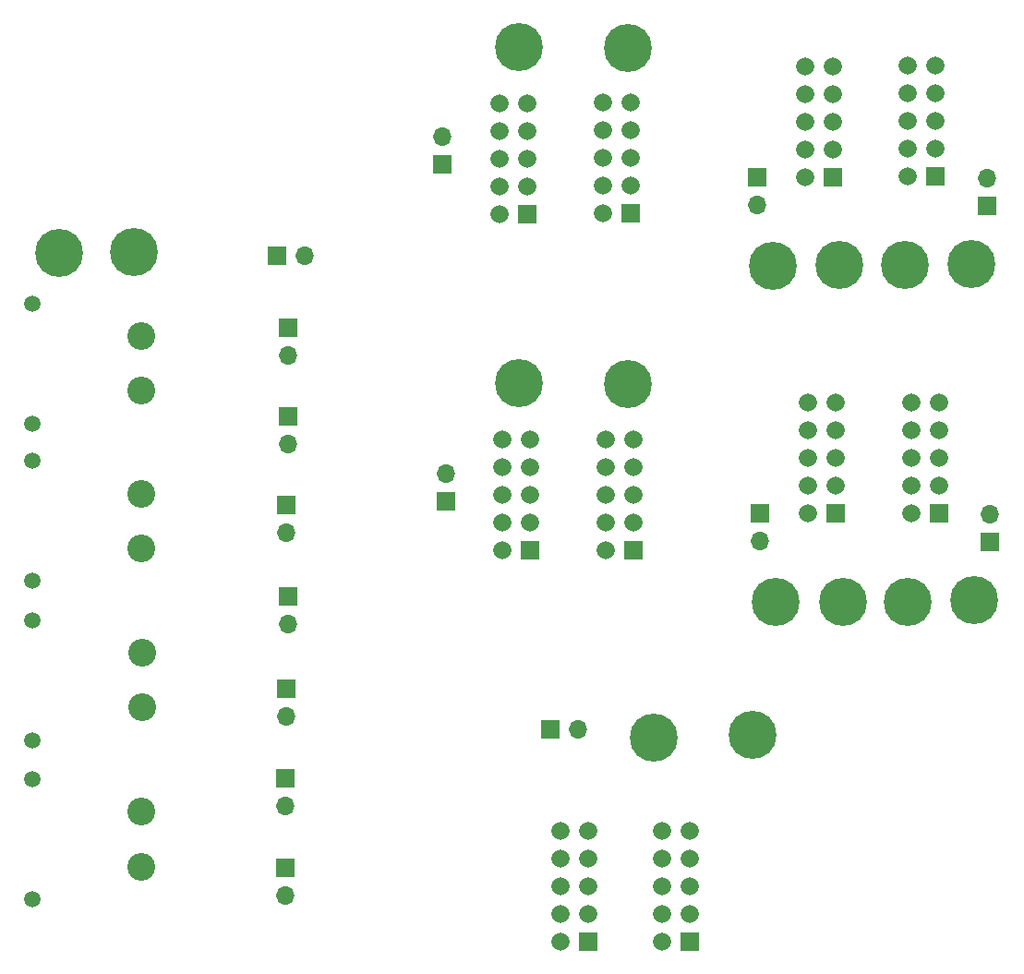
<source format=gbr>
%TF.GenerationSoftware,KiCad,Pcbnew,(5.1.12)-1*%
%TF.CreationDate,2024-02-12T03:14:50+09:00*%
%TF.ProjectId,imu_led_connect,696d755f-6c65-4645-9f63-6f6e6e656374,rev?*%
%TF.SameCoordinates,Original*%
%TF.FileFunction,Soldermask,Top*%
%TF.FilePolarity,Negative*%
%FSLAX46Y46*%
G04 Gerber Fmt 4.6, Leading zero omitted, Abs format (unit mm)*
G04 Created by KiCad (PCBNEW (5.1.12)-1) date 2024-02-12 03:14:50*
%MOMM*%
%LPD*%
G01*
G04 APERTURE LIST*
%ADD10R,1.700000X1.700000*%
%ADD11O,1.700000X1.700000*%
%ADD12C,4.400000*%
%ADD13C,1.665000*%
%ADD14R,1.665000X1.665000*%
%ADD15C,1.500000*%
%ADD16C,2.550000*%
G04 APERTURE END LIST*
D10*
%TO.C,J20*%
X115075000Y-91760000D03*
D11*
X115075000Y-94300000D03*
%TD*%
D12*
%TO.C,H7*%
X122650000Y-99875000D03*
%TD*%
D10*
%TO.C,J24*%
X136175000Y-94390000D03*
D11*
X136175000Y-91850000D03*
%TD*%
D13*
%TO.C,J1*%
X91460000Y-85010000D03*
X94000000Y-85010000D03*
X91460000Y-87550000D03*
X94000000Y-87550000D03*
X91460000Y-90090000D03*
X94000000Y-90090000D03*
X91460000Y-92630000D03*
X94000000Y-92630000D03*
X91460000Y-95170000D03*
D14*
X94000000Y-95170000D03*
%TD*%
D10*
%TO.C,J19*%
X86250000Y-90625000D03*
D11*
X86250000Y-88085000D03*
%TD*%
D14*
%TO.C,J4*%
X131465000Y-91745000D03*
D13*
X128925000Y-91745000D03*
X131465000Y-89205000D03*
X128925000Y-89205000D03*
X131465000Y-86665000D03*
X128925000Y-86665000D03*
X131465000Y-84125000D03*
X128925000Y-84125000D03*
X131465000Y-81585000D03*
X128925000Y-81585000D03*
%TD*%
D14*
%TO.C,J6*%
X122025000Y-91800000D03*
D13*
X119485000Y-91800000D03*
X122025000Y-89260000D03*
X119485000Y-89260000D03*
X122025000Y-86720000D03*
X119485000Y-86720000D03*
X122025000Y-84180000D03*
X119485000Y-84180000D03*
X122025000Y-81640000D03*
X119485000Y-81640000D03*
%TD*%
D12*
%TO.C,H8*%
X116525000Y-99900000D03*
%TD*%
D13*
%TO.C,J3*%
X100910000Y-84960000D03*
X103450000Y-84960000D03*
X100910000Y-87500000D03*
X103450000Y-87500000D03*
X100910000Y-90040000D03*
X103450000Y-90040000D03*
X100910000Y-92580000D03*
X103450000Y-92580000D03*
X100910000Y-95120000D03*
D14*
X103450000Y-95120000D03*
%TD*%
D12*
%TO.C,H1*%
X93000000Y-79850000D03*
%TD*%
%TO.C,H5*%
X134700000Y-99750000D03*
%TD*%
%TO.C,H6*%
X128650000Y-99875000D03*
%TD*%
%TO.C,H2*%
X103000000Y-79900000D03*
%TD*%
D11*
%TO.C,J18*%
X71550000Y-126790000D03*
D10*
X71550000Y-124250000D03*
%TD*%
D11*
%TO.C,J17*%
X71525000Y-118575000D03*
D10*
X71525000Y-116035000D03*
%TD*%
D11*
%TO.C,J16*%
X71650000Y-110425000D03*
D10*
X71650000Y-107885000D03*
%TD*%
D11*
%TO.C,J15*%
X71775000Y-101890000D03*
D10*
X71775000Y-99350000D03*
%TD*%
D11*
%TO.C,J14*%
X71775000Y-85415000D03*
D10*
X71775000Y-82875000D03*
%TD*%
D11*
%TO.C,J13*%
X73365000Y-68125000D03*
D10*
X70825000Y-68125000D03*
%TD*%
D11*
%TO.C,J12*%
X71825000Y-77325000D03*
D10*
X71825000Y-74785000D03*
%TD*%
D11*
%TO.C,J11*%
X71625000Y-93565000D03*
D10*
X71625000Y-91025000D03*
%TD*%
D15*
%TO.C,J8*%
X48375000Y-83525000D03*
X48375000Y-72525000D03*
D16*
X58375000Y-75525000D03*
X58375000Y-80525000D03*
%TD*%
D15*
%TO.C,J7*%
X48375000Y-97950000D03*
X48375000Y-86950000D03*
D16*
X58375000Y-89950000D03*
X58375000Y-94950000D03*
%TD*%
D15*
%TO.C,J5*%
X48375000Y-127150000D03*
X48375000Y-116150000D03*
D16*
X58375000Y-119150000D03*
X58375000Y-124150000D03*
%TD*%
D15*
%TO.C,J2*%
X48387000Y-112550000D03*
X48387000Y-101550000D03*
D16*
X58387000Y-104550000D03*
X58387000Y-109550000D03*
%TD*%
D12*
%TO.C,H4*%
X57700000Y-67825000D03*
%TD*%
%TO.C,H3*%
X50775000Y-67900000D03*
%TD*%
D11*
%TO.C,J24*%
X135900000Y-61000000D03*
D10*
X135900000Y-63540000D03*
%TD*%
D12*
%TO.C,H8*%
X116250000Y-69050000D03*
%TD*%
%TO.C,H7*%
X122375000Y-69025000D03*
%TD*%
D14*
%TO.C,J3*%
X103175000Y-64270000D03*
D13*
X100635000Y-64270000D03*
X103175000Y-61730000D03*
X100635000Y-61730000D03*
X103175000Y-59190000D03*
X100635000Y-59190000D03*
X103175000Y-56650000D03*
X100635000Y-56650000D03*
X103175000Y-54110000D03*
X100635000Y-54110000D03*
%TD*%
D11*
%TO.C,J21*%
X98365000Y-111550000D03*
D10*
X95825000Y-111550000D03*
%TD*%
D11*
%TO.C,J20*%
X114800000Y-63450000D03*
D10*
X114800000Y-60910000D03*
%TD*%
D11*
%TO.C,J19*%
X85975000Y-57235000D03*
D10*
X85975000Y-59775000D03*
%TD*%
D13*
%TO.C,J10*%
X96760000Y-120890000D03*
X99300000Y-120890000D03*
X96760000Y-123430000D03*
X99300000Y-123430000D03*
X96760000Y-125970000D03*
X99300000Y-125970000D03*
X96760000Y-128510000D03*
X99300000Y-128510000D03*
X96760000Y-131050000D03*
D14*
X99300000Y-131050000D03*
%TD*%
D13*
%TO.C,J9*%
X106110000Y-120890000D03*
X108650000Y-120890000D03*
X106110000Y-123430000D03*
X108650000Y-123430000D03*
X106110000Y-125970000D03*
X108650000Y-125970000D03*
X106110000Y-128510000D03*
X108650000Y-128510000D03*
X106110000Y-131050000D03*
D14*
X108650000Y-131050000D03*
%TD*%
D13*
%TO.C,J6*%
X119210000Y-50790000D03*
X121750000Y-50790000D03*
X119210000Y-53330000D03*
X121750000Y-53330000D03*
X119210000Y-55870000D03*
X121750000Y-55870000D03*
X119210000Y-58410000D03*
X121750000Y-58410000D03*
X119210000Y-60950000D03*
D14*
X121750000Y-60950000D03*
%TD*%
D13*
%TO.C,J4*%
X128650000Y-50735000D03*
X131190000Y-50735000D03*
X128650000Y-53275000D03*
X131190000Y-53275000D03*
X128650000Y-55815000D03*
X131190000Y-55815000D03*
X128650000Y-58355000D03*
X131190000Y-58355000D03*
X128650000Y-60895000D03*
D14*
X131190000Y-60895000D03*
%TD*%
%TO.C,J1*%
X93725000Y-64320000D03*
D13*
X91185000Y-64320000D03*
X93725000Y-61780000D03*
X91185000Y-61780000D03*
X93725000Y-59240000D03*
X91185000Y-59240000D03*
X93725000Y-56700000D03*
X91185000Y-56700000D03*
X93725000Y-54160000D03*
X91185000Y-54160000D03*
%TD*%
D12*
%TO.C,H10*%
X105300000Y-112375000D03*
%TD*%
%TO.C,H9*%
X114400000Y-112100000D03*
%TD*%
%TO.C,H6*%
X128375000Y-69025000D03*
%TD*%
%TO.C,H5*%
X134425000Y-68900000D03*
%TD*%
%TO.C,H2*%
X103000000Y-49050000D03*
%TD*%
%TO.C,H1*%
X93000000Y-49000000D03*
%TD*%
M02*

</source>
